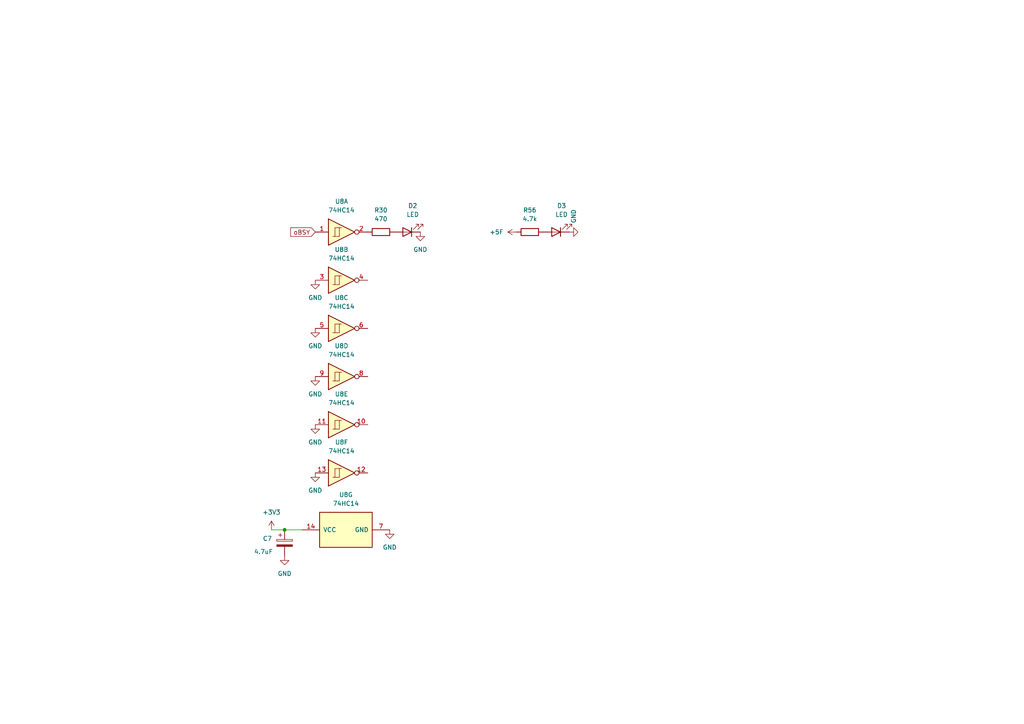
<source format=kicad_sch>
(kicad_sch (version 20211123) (generator eeschema)
  (paper "A4")
  (lib_symbols
    (symbol "74xx:74HC14" (pin_names (offset 1.016))
      (property "Reference" "U" (at 0 1.27 0))
      (property "Value" "74HC14" (at 0 -1.27 0))
      (symbol "74HC14_1_0"
        (polyline (pts (xy -3.81 3.81) (xy -3.81 -3.81) (xy 3.81 0) (xy -3.81 3.81)) (stroke (width 0.254)) (fill (type background)))
        (pin input line (at -7.62 0 0) (length 3.81) (name "~") (number "1"))
        (pin output inverted (at 7.62 0 180) (length 3.81) (name "~") (number "2"))
      )
      (symbol "74HC14_1_1"
        (polyline (pts (xy -1.905 -1.27) (xy -1.905 1.27) (xy -0.635 1.27)))
        (polyline (pts (xy -2.54 -1.27) (xy -0.635 -1.27) (xy -0.635 1.27) (xy 0 1.27)))
      )
      (symbol "74HC14_2_0"
        (polyline (pts (xy -3.81 3.81) (xy -3.81 -3.81) (xy 3.81 0) (xy -3.81 3.81)) (stroke (width 0.254)) (fill (type background)))
        (pin input line (at -7.62 0 0) (length 3.81) (name "~") (number "3"))
        (pin output inverted (at 7.62 0 180) (length 3.81) (name "~") (number "4"))
      )
      (symbol "74HC14_2_1"
        (polyline (pts (xy -1.905 -1.27) (xy -1.905 1.27) (xy -0.635 1.27)))
        (polyline (pts (xy -2.54 -1.27) (xy -0.635 -1.27) (xy -0.635 1.27) (xy 0 1.27)))
      )
      (symbol "74HC14_3_0"
        (polyline (pts (xy -3.81 3.81) (xy -3.81 -3.81) (xy 3.81 0) (xy -3.81 3.81)) (stroke (width 0.254)) (fill (type background)))
        (pin input line (at -7.62 0 0) (length 3.81) (name "~") (number "5"))
        (pin output inverted (at 7.62 0 180) (length 3.81) (name "~") (number "6"))
      )
      (symbol "74HC14_3_1"
        (polyline (pts (xy -1.905 -1.27) (xy -1.905 1.27) (xy -0.635 1.27)))
        (polyline (pts (xy -2.54 -1.27) (xy -0.635 -1.27) (xy -0.635 1.27) (xy 0 1.27)))
      )
      (symbol "74HC14_4_0"
        (polyline (pts (xy -3.81 3.81) (xy -3.81 -3.81) (xy 3.81 0) (xy -3.81 3.81)) (stroke (width 0.254)) (fill (type background)))
        (pin output inverted (at 7.62 0 180) (length 3.81) (name "~") (number "8"))
        (pin input line (at -7.62 0 0) (length 3.81) (name "~") (number "9"))
      )
      (symbol "74HC14_4_1"
        (polyline (pts (xy -1.905 -1.27) (xy -1.905 1.27) (xy -0.635 1.27)))
        (polyline (pts (xy -2.54 -1.27) (xy -0.635 -1.27) (xy -0.635 1.27) (xy 0 1.27)))
      )
      (symbol "74HC14_5_0"
        (polyline (pts (xy -3.81 3.81) (xy -3.81 -3.81) (xy 3.81 0) (xy -3.81 3.81)) (stroke (width 0.254)) (fill (type background)))
        (pin output inverted (at 7.62 0 180) (length 3.81) (name "~") (number "10"))
        (pin input line (at -7.62 0 0) (length 3.81) (name "~") (number "11"))
      )
      (symbol "74HC14_5_1"
        (polyline (pts (xy -1.905 -1.27) (xy -1.905 1.27) (xy -0.635 1.27)))
        (polyline (pts (xy -2.54 -1.27) (xy -0.635 -1.27) (xy -0.635 1.27) (xy 0 1.27)))
      )
      (symbol "74HC14_6_0"
        (polyline (pts (xy -3.81 3.81) (xy -3.81 -3.81) (xy 3.81 0) (xy -3.81 3.81)) (stroke (width 0.254)) (fill (type background)))
        (pin output inverted (at 7.62 0 180) (length 3.81) (name "~") (number "12"))
        (pin input line (at -7.62 0 0) (length 3.81) (name "~") (number "13"))
      )
      (symbol "74HC14_6_1"
        (polyline (pts (xy -1.905 -1.27) (xy -1.905 1.27) (xy -0.635 1.27)))
        (polyline (pts (xy -2.54 -1.27) (xy -0.635 -1.27) (xy -0.635 1.27) (xy 0 1.27)))
      )
      (symbol "74HC14_7_0"
        (pin power_in line (at 0 12.7 270) (length 5.08) (name "VCC") (number "14"))
        (pin power_in line (at 0 -12.7 90) (length 5.08) (name "GND") (number "7"))
      )
      (symbol "74HC14_7_1"
        (rectangle (start -5.08 7.62) (end 5.08 -7.62) (stroke (width 0.254)) (fill (type background)))
      )
    )
    (symbol "Device:CP" (pin_numbers hide) (pin_names (offset 0.254))
      (property "Reference" "C" (at 0.635 2.54 0))
      (property "Value" "Device_CP" (at 0.635 -2.54 0))
      (symbol "CP_0_1"
        (rectangle (start -2.286 0.508) (end 2.286 1.016))
        (polyline (pts (xy -1.778 2.286) (xy -0.762 2.286)))
        (polyline (pts (xy -1.27 2.794) (xy -1.27 1.778)))
        (rectangle (start 2.286 -0.508) (end -2.286 -1.016) (fill (type outline)))
      )
      (symbol "CP_1_1"
        (pin passive line (at 0 3.81 270) (length 2.794) (name "~") (number "1"))
        (pin passive line (at 0 -3.81 90) (length 2.794) (name "~") (number "2"))
      )
    )
    (symbol "Device:LED" (pin_numbers hide) (pin_names (offset 1.016) hide)
      (property "Reference" "D" (at 0 2.54 0))
      (property "Value" "LED" (at 0 -2.54 0))
      (symbol "LED_0_1"
        (polyline (pts (xy -1.27 -1.27) (xy -1.27 1.27)) (stroke (width 0.254)))
        (polyline (pts (xy -1.27 0) (xy 1.27 0)))
        (polyline (pts (xy 1.27 -1.27) (xy 1.27 1.27) (xy -1.27 0) (xy 1.27 -1.27)) (stroke (width 0.254)))
        (polyline (pts (xy -3.048 -0.762) (xy -4.572 -2.286) (xy -3.81 -2.286) (xy -4.572 -2.286) (xy -4.572 -1.524)))
        (polyline (pts (xy -1.778 -0.762) (xy -3.302 -2.286) (xy -2.54 -2.286) (xy -3.302 -2.286) (xy -3.302 -1.524)))
      )
      (symbol "LED_1_1"
        (pin passive line (at -3.81 0 0) (length 2.54) (name "K") (number "1"))
        (pin passive line (at 3.81 0 180) (length 2.54) (name "A") (number "2"))
      )
    )
    (symbol "Device:R" (pin_numbers hide) (pin_names (offset 0))
      (property "Reference" "R" (at 2.032 0 90))
      (property "Value" "R" (at 0 0 90))
      (symbol "R_0_1"
        (rectangle (start -1.016 -2.54) (end 1.016 2.54) (stroke (width 0.254)))
      )
      (symbol "R_1_1"
        (pin passive line (at 0 3.81 270) (length 1.27) (name "~") (number "1"))
        (pin passive line (at 0 -3.81 90) (length 1.27) (name "~") (number "2"))
      )
    )
    (symbol "power:+3.3V" (power) (pin_names (offset 0))
      (property "Value" "+3.3V" (at 0 3.556 0))
      (symbol "+3.3V_0_1"
        (polyline (pts (xy -0.762 1.27) (xy 0 2.54)))
        (polyline (pts (xy 0 0) (xy 0 2.54)))
        (polyline (pts (xy 0 2.54) (xy 0.762 1.27)))
      )
      (symbol "+3.3V_1_1"
        (pin power_in line (at 0 0 90) (length 0) hide (name "+3V3") (number "1"))
      )
    )
    (symbol "power:+5F" (power) (pin_names (offset 0))
      (property "Value" "+5F" (at 0 3.556 0))
      (symbol "+5F_0_1"
        (polyline (pts (xy -0.762 1.27) (xy 0 2.54)))
        (polyline (pts (xy 0 0) (xy 0 2.54)))
        (polyline (pts (xy 0 2.54) (xy 0.762 1.27)))
      )
      (symbol "+5F_1_1"
        (pin power_in line (at 0 0 90) (length 0) hide (name "+5F") (number "1"))
      )
    )
    (symbol "power:GND" (power) (pin_names (offset 0))
      (property "Value" "GND" (at 0 -3.81 0))
      (symbol "GND_0_1"
        (polyline (pts (xy 0 0) (xy 0 -1.27) (xy 1.27 -1.27) (xy 0 -2.54) (xy -1.27 -1.27) (xy 0 -1.27)))
      )
      (symbol "GND_1_1"
        (pin power_in line (at 0 0 270) (length 0) hide (name "GND") (number "1"))
      )
    )
  )
  (junction (at 82.55 153.67))
  (wire (pts (xy 82.55 153.67) (xy 87.63 153.67)))
  (wire (pts (xy 78.74 153.67) (xy 82.55 153.67)))
  (global_label "oBSY" (shape input) (at 91.44 67.31 180) (property "Intersheet References" "${INTERSHEET_REFS}" (effects hide)))
  (symbol (lib_id "power:GND") (at 91.44 109.22 0) (unit 1)
    (property "Reference" "#PWR044" (effects hide))
    (property "Value" "GND" (at 91.44 114.3 0))
  )
  (symbol (lib_id "power:+5F") (at 149.86 67.31 90) (unit 1)
    (property "Reference" "#PWR0105" (effects hide))
    (property "Value" "+5F" (at 146.05 67.3099 90) (effects (justify left)))
  )
  (symbol (lib_id "power:GND") (at 91.44 95.25 0) (unit 1)
    (property "Reference" "#PWR043" (effects hide))
    (property "Value" "GND" (at 91.44 100.33 0))
  )
  (symbol (lib_id "power:GND") (at 91.44 137.16 0) (unit 1)
    (property "Reference" "#PWR051" (effects hide))
    (property "Value" "GND" (at 91.44 142.24 0))
  )
  (symbol (lib_id "74xx:74HC14") (at 99.06 95.25 0) (unit 3)
    (property "Reference" "U8" (at 99.06 86.36 0))
    (property "Value" "74HC14" (at 99.06 88.9 0))
    (property "Datasheet" "http://www.ti.com/lit/gpn/sn74HC14" (effects hide))
  )
  (symbol (lib_id "power:+3.3V") (at 78.74 153.67 0) (unit 1)
    (property "Reference" "#PWR0104" (effects hide))
    (property "Value" "+3.3V" (at 78.74 148.59 0))
  )
  (symbol (lib_id "power:GND") (at 165.1 67.31 90) (unit 1)
    (property "Reference" "#PWR068" (effects hide))
    (property "Value" "GND" (at 166.3699 64.77 0) (effects (justify left)))
  )
  (symbol (lib_id "74xx:74HC14") (at 99.06 81.28 0) (unit 2)
    (property "Reference" "U8" (at 99.06 72.39 0))
    (property "Value" "74HC14" (at 99.06 74.93 0))
    (property "Datasheet" "http://www.ti.com/lit/gpn/sn74HC14" (effects hide))
  )
  (symbol (lib_id "74xx:74HC14") (at 99.06 123.19 0) (unit 5)
    (property "Reference" "U8" (at 99.06 114.3 0))
    (property "Value" "74HC14" (at 99.06 116.84 0))
    (property "Datasheet" "http://www.ti.com/lit/gpn/sn74HC14" (effects hide))
  )
  (symbol (lib_id "Device:CP") (at 82.55 157.48 0) (unit 1)
    (property "Reference" "C7" (at 76.2 156.21 0) (effects (justify left)))
    (property "Value" "4.7uF" (at 73.66 160.02 0) (effects (justify left)))
    (property "Footprint" "Capacitor_SMD:C_0805_2012Metric_Pad1.18x1.45mm_HandSolder" (effects hide))
  )
  (symbol (lib_id "Device:R") (at 153.67 67.31 90) (unit 1)
    (property "Reference" "R56" (at 153.67 60.96 90))
    (property "Value" "4.7k" (at 153.67 63.5 90))
    (property "Footprint" "Resistor_SMD:R_0603_1608Metric_Pad0.98x0.95mm_HandSolder" (effects hide))
  )
  (symbol (lib_id "Device:LED") (at 118.11 67.31 180) (unit 1)
    (property "Reference" "D2" (at 119.6975 59.69 0))
    (property "Value" "LED" (at 119.6975 62.23 0))
    (property "Footprint" "LED_SMD:LED_0603_1608Metric_Pad1.05x0.95mm_HandSolder" (effects hide))
  )
  (symbol (lib_id "74xx:74HC14") (at 100.33 153.67 90) (unit 7)
    (property "Reference" "U8" (at 100.33 143.51 90))
    (property "Value" "74HC14" (at 100.33 146.05 90))
    (property "Footprint" "Package_SO:SOIC-14_3.9x8.7mm_P1.27mm" (effects hide))
    (property "Datasheet" "http://www.ti.com/lit/gpn/sn74HC14" (effects hide))
  )
  (symbol (lib_id "74xx:74HC14") (at 99.06 137.16 0) (unit 6)
    (property "Reference" "U8" (at 99.06 128.27 0))
    (property "Value" "74HC14" (at 99.06 130.81 0))
    (property "Datasheet" "http://www.ti.com/lit/gpn/sn74HC14" (effects hide))
  )
  (symbol (lib_id "power:GND") (at 91.44 81.28 0) (unit 1)
    (property "Reference" "#PWR042" (effects hide))
    (property "Value" "GND" (at 91.44 86.36 0))
  )
  (symbol (lib_id "Device:R") (at 110.49 67.31 90) (unit 1)
    (property "Reference" "R30" (at 110.49 60.96 90))
    (property "Value" "470" (at 110.49 63.5 90))
    (property "Footprint" "Resistor_SMD:R_0402_1005Metric_Pad0.72x0.64mm_HandSolder" (effects hide))
  )
  (symbol (lib_id "power:GND") (at 113.03 153.67 0) (unit 1)
    (property "Reference" "#PWR026" (effects hide))
    (property "Value" "GND" (at 113.03 158.75 0))
  )
  (symbol (lib_id "74xx:74HC14") (at 99.06 109.22 0) (unit 4)
    (property "Reference" "U8" (at 99.06 100.33 0))
    (property "Value" "74HC14" (at 99.06 102.87 0))
    (property "Datasheet" "http://www.ti.com/lit/gpn/sn74HC14" (effects hide))
  )
  (symbol (lib_id "power:GND") (at 121.92 67.31 0) (unit 1)
    (property "Reference" "#PWR038" (effects hide))
    (property "Value" "GND" (at 121.92 72.39 0))
  )
  (symbol (lib_id "power:GND") (at 91.44 123.19 0) (unit 1)
    (property "Reference" "#PWR045" (effects hide))
    (property "Value" "GND" (at 91.44 128.27 0))
  )
  (symbol (lib_id "power:GND") (at 82.55 161.29 0) (unit 1)
    (property "Reference" "#PWR041" (effects hide))
    (property "Value" "GND" (at 82.55 166.37 0))
  )
  (symbol (lib_id "74xx:74HC14") (at 99.06 67.31 0) (unit 1)
    (property "Reference" "U8" (at 99.06 58.42 0))
    (property "Value" "74HC14" (at 99.06 60.96 0))
    (property "Datasheet" "http://www.ti.com/lit/gpn/sn74HC14" (effects hide))
  )
  (symbol (lib_id "Device:LED") (at 161.29 67.31 180) (unit 1)
    (property "Reference" "D3" (at 162.8775 59.69 0))
    (property "Value" "LED" (at 162.8775 62.23 0))
    (property "Footprint" "LED_SMD:LED_0603_1608Metric_Pad1.05x0.95mm_HandSolder" (effects hide))
  )
)
</source>
